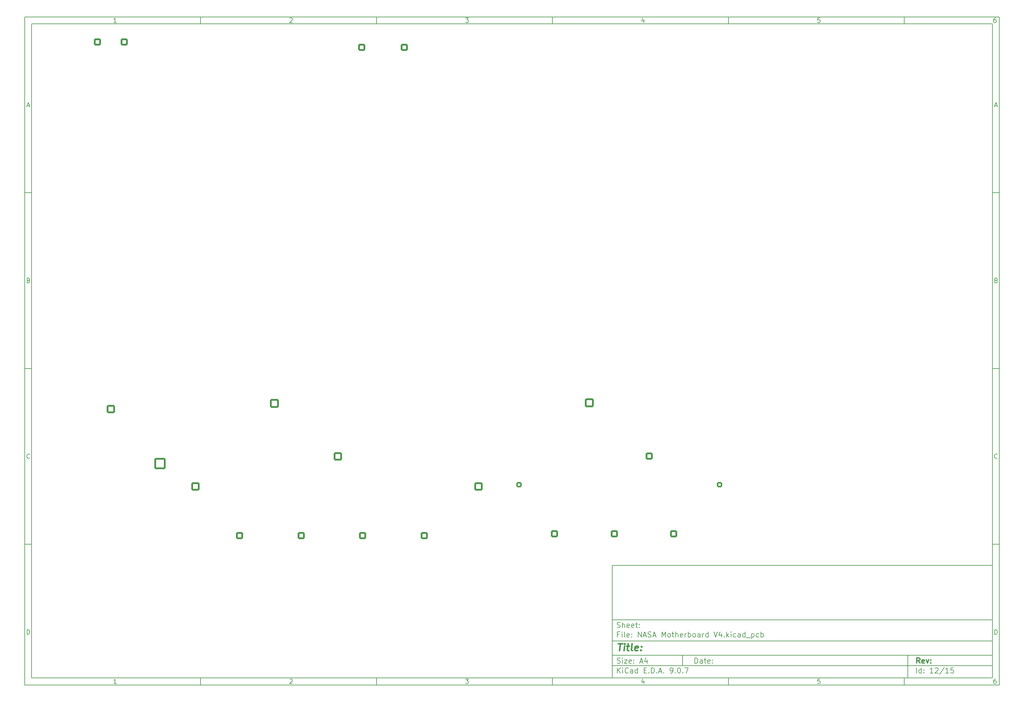
<source format=gbr>
%TF.GenerationSoftware,KiCad,Pcbnew,9.0.7*%
%TF.CreationDate,2026-02-04T11:21:36-05:00*%
%TF.ProjectId,NASA Motherboard V4,4e415341-204d-46f7-9468-6572626f6172,rev?*%
%TF.SameCoordinates,Original*%
%TF.FileFunction,Legend,Bot*%
%TF.FilePolarity,Positive*%
%FSLAX46Y46*%
G04 Gerber Fmt 4.6, Leading zero omitted, Abs format (unit mm)*
G04 Created by KiCad (PCBNEW 9.0.7) date 2026-02-04 11:21:36*
%MOMM*%
%LPD*%
G01*
G04 APERTURE LIST*
G04 Aperture macros list*
%AMRoundRect*
0 Rectangle with rounded corners*
0 $1 Rounding radius*
0 $2 $3 $4 $5 $6 $7 $8 $9 X,Y pos of 4 corners*
0 Add a 4 corners polygon primitive as box body*
4,1,4,$2,$3,$4,$5,$6,$7,$8,$9,$2,$3,0*
0 Add four circle primitives for the rounded corners*
1,1,$1+$1,$2,$3*
1,1,$1+$1,$4,$5*
1,1,$1+$1,$6,$7*
1,1,$1+$1,$8,$9*
0 Add four rect primitives between the rounded corners*
20,1,$1+$1,$2,$3,$4,$5,0*
20,1,$1+$1,$4,$5,$6,$7,0*
20,1,$1+$1,$6,$7,$8,$9,0*
20,1,$1+$1,$8,$9,$2,$3,0*%
G04 Aperture macros list end*
%ADD10C,0.100000*%
%ADD11C,0.150000*%
%ADD12C,0.300000*%
%ADD13C,0.400000*%
%ADD14RoundRect,0.250001X0.949999X-0.949999X0.949999X0.949999X-0.949999X0.949999X-0.949999X-0.949999X0*%
%ADD15C,2.400000*%
%ADD16RoundRect,0.250000X-1.050000X1.050000X-1.050000X-1.050000X1.050000X-1.050000X1.050000X1.050000X0*%
%ADD17C,2.600000*%
%ADD18R,2.108200X2.108200*%
%ADD19C,2.108200*%
%ADD20RoundRect,0.250000X1.350000X1.350000X-1.350000X1.350000X-1.350000X-1.350000X1.350000X-1.350000X0*%
%ADD21C,3.200000*%
%ADD22RoundRect,0.250001X0.799999X0.799999X-0.799999X0.799999X-0.799999X-0.799999X0.799999X-0.799999X0*%
%ADD23C,2.100000*%
%ADD24RoundRect,0.250000X-0.550000X0.550000X-0.550000X-0.550000X0.550000X-0.550000X0.550000X0.550000X0*%
%ADD25C,1.600000*%
%ADD26RoundRect,0.250001X-0.799999X-0.799999X0.799999X-0.799999X0.799999X0.799999X-0.799999X0.799999X0*%
%ADD27RoundRect,0.250001X-0.949999X0.949999X-0.949999X-0.949999X0.949999X-0.949999X0.949999X0.949999X0*%
%ADD28RoundRect,0.250001X-0.949999X-0.949999X0.949999X-0.949999X0.949999X0.949999X-0.949999X0.949999X0*%
%ADD29R,1.200000X2.000000*%
%ADD30O,1.200000X2.000000*%
%ADD31RoundRect,0.250000X0.750000X-0.750000X0.750000X0.750000X-0.750000X0.750000X-0.750000X-0.750000X0*%
%ADD32C,2.000000*%
%ADD33C,6.000000*%
G04 APERTURE END LIST*
D10*
D11*
X177002200Y-166007200D02*
X285002200Y-166007200D01*
X285002200Y-198007200D01*
X177002200Y-198007200D01*
X177002200Y-166007200D01*
D10*
D11*
X10000000Y-10000000D02*
X287002200Y-10000000D01*
X287002200Y-200007200D01*
X10000000Y-200007200D01*
X10000000Y-10000000D01*
D10*
D11*
X12000000Y-12000000D02*
X285002200Y-12000000D01*
X285002200Y-198007200D01*
X12000000Y-198007200D01*
X12000000Y-12000000D01*
D10*
D11*
X60000000Y-12000000D02*
X60000000Y-10000000D01*
D10*
D11*
X110000000Y-12000000D02*
X110000000Y-10000000D01*
D10*
D11*
X160000000Y-12000000D02*
X160000000Y-10000000D01*
D10*
D11*
X210000000Y-12000000D02*
X210000000Y-10000000D01*
D10*
D11*
X260000000Y-12000000D02*
X260000000Y-10000000D01*
D10*
D11*
X36089160Y-11593604D02*
X35346303Y-11593604D01*
X35717731Y-11593604D02*
X35717731Y-10293604D01*
X35717731Y-10293604D02*
X35593922Y-10479319D01*
X35593922Y-10479319D02*
X35470112Y-10603128D01*
X35470112Y-10603128D02*
X35346303Y-10665033D01*
D10*
D11*
X85346303Y-10417414D02*
X85408207Y-10355509D01*
X85408207Y-10355509D02*
X85532017Y-10293604D01*
X85532017Y-10293604D02*
X85841541Y-10293604D01*
X85841541Y-10293604D02*
X85965350Y-10355509D01*
X85965350Y-10355509D02*
X86027255Y-10417414D01*
X86027255Y-10417414D02*
X86089160Y-10541223D01*
X86089160Y-10541223D02*
X86089160Y-10665033D01*
X86089160Y-10665033D02*
X86027255Y-10850747D01*
X86027255Y-10850747D02*
X85284398Y-11593604D01*
X85284398Y-11593604D02*
X86089160Y-11593604D01*
D10*
D11*
X135284398Y-10293604D02*
X136089160Y-10293604D01*
X136089160Y-10293604D02*
X135655826Y-10788842D01*
X135655826Y-10788842D02*
X135841541Y-10788842D01*
X135841541Y-10788842D02*
X135965350Y-10850747D01*
X135965350Y-10850747D02*
X136027255Y-10912652D01*
X136027255Y-10912652D02*
X136089160Y-11036461D01*
X136089160Y-11036461D02*
X136089160Y-11345985D01*
X136089160Y-11345985D02*
X136027255Y-11469795D01*
X136027255Y-11469795D02*
X135965350Y-11531700D01*
X135965350Y-11531700D02*
X135841541Y-11593604D01*
X135841541Y-11593604D02*
X135470112Y-11593604D01*
X135470112Y-11593604D02*
X135346303Y-11531700D01*
X135346303Y-11531700D02*
X135284398Y-11469795D01*
D10*
D11*
X185965350Y-10726938D02*
X185965350Y-11593604D01*
X185655826Y-10231700D02*
X185346303Y-11160271D01*
X185346303Y-11160271D02*
X186151064Y-11160271D01*
D10*
D11*
X236027255Y-10293604D02*
X235408207Y-10293604D01*
X235408207Y-10293604D02*
X235346303Y-10912652D01*
X235346303Y-10912652D02*
X235408207Y-10850747D01*
X235408207Y-10850747D02*
X235532017Y-10788842D01*
X235532017Y-10788842D02*
X235841541Y-10788842D01*
X235841541Y-10788842D02*
X235965350Y-10850747D01*
X235965350Y-10850747D02*
X236027255Y-10912652D01*
X236027255Y-10912652D02*
X236089160Y-11036461D01*
X236089160Y-11036461D02*
X236089160Y-11345985D01*
X236089160Y-11345985D02*
X236027255Y-11469795D01*
X236027255Y-11469795D02*
X235965350Y-11531700D01*
X235965350Y-11531700D02*
X235841541Y-11593604D01*
X235841541Y-11593604D02*
X235532017Y-11593604D01*
X235532017Y-11593604D02*
X235408207Y-11531700D01*
X235408207Y-11531700D02*
X235346303Y-11469795D01*
D10*
D11*
X285965350Y-10293604D02*
X285717731Y-10293604D01*
X285717731Y-10293604D02*
X285593922Y-10355509D01*
X285593922Y-10355509D02*
X285532017Y-10417414D01*
X285532017Y-10417414D02*
X285408207Y-10603128D01*
X285408207Y-10603128D02*
X285346303Y-10850747D01*
X285346303Y-10850747D02*
X285346303Y-11345985D01*
X285346303Y-11345985D02*
X285408207Y-11469795D01*
X285408207Y-11469795D02*
X285470112Y-11531700D01*
X285470112Y-11531700D02*
X285593922Y-11593604D01*
X285593922Y-11593604D02*
X285841541Y-11593604D01*
X285841541Y-11593604D02*
X285965350Y-11531700D01*
X285965350Y-11531700D02*
X286027255Y-11469795D01*
X286027255Y-11469795D02*
X286089160Y-11345985D01*
X286089160Y-11345985D02*
X286089160Y-11036461D01*
X286089160Y-11036461D02*
X286027255Y-10912652D01*
X286027255Y-10912652D02*
X285965350Y-10850747D01*
X285965350Y-10850747D02*
X285841541Y-10788842D01*
X285841541Y-10788842D02*
X285593922Y-10788842D01*
X285593922Y-10788842D02*
X285470112Y-10850747D01*
X285470112Y-10850747D02*
X285408207Y-10912652D01*
X285408207Y-10912652D02*
X285346303Y-11036461D01*
D10*
D11*
X60000000Y-198007200D02*
X60000000Y-200007200D01*
D10*
D11*
X110000000Y-198007200D02*
X110000000Y-200007200D01*
D10*
D11*
X160000000Y-198007200D02*
X160000000Y-200007200D01*
D10*
D11*
X210000000Y-198007200D02*
X210000000Y-200007200D01*
D10*
D11*
X260000000Y-198007200D02*
X260000000Y-200007200D01*
D10*
D11*
X36089160Y-199600804D02*
X35346303Y-199600804D01*
X35717731Y-199600804D02*
X35717731Y-198300804D01*
X35717731Y-198300804D02*
X35593922Y-198486519D01*
X35593922Y-198486519D02*
X35470112Y-198610328D01*
X35470112Y-198610328D02*
X35346303Y-198672233D01*
D10*
D11*
X85346303Y-198424614D02*
X85408207Y-198362709D01*
X85408207Y-198362709D02*
X85532017Y-198300804D01*
X85532017Y-198300804D02*
X85841541Y-198300804D01*
X85841541Y-198300804D02*
X85965350Y-198362709D01*
X85965350Y-198362709D02*
X86027255Y-198424614D01*
X86027255Y-198424614D02*
X86089160Y-198548423D01*
X86089160Y-198548423D02*
X86089160Y-198672233D01*
X86089160Y-198672233D02*
X86027255Y-198857947D01*
X86027255Y-198857947D02*
X85284398Y-199600804D01*
X85284398Y-199600804D02*
X86089160Y-199600804D01*
D10*
D11*
X135284398Y-198300804D02*
X136089160Y-198300804D01*
X136089160Y-198300804D02*
X135655826Y-198796042D01*
X135655826Y-198796042D02*
X135841541Y-198796042D01*
X135841541Y-198796042D02*
X135965350Y-198857947D01*
X135965350Y-198857947D02*
X136027255Y-198919852D01*
X136027255Y-198919852D02*
X136089160Y-199043661D01*
X136089160Y-199043661D02*
X136089160Y-199353185D01*
X136089160Y-199353185D02*
X136027255Y-199476995D01*
X136027255Y-199476995D02*
X135965350Y-199538900D01*
X135965350Y-199538900D02*
X135841541Y-199600804D01*
X135841541Y-199600804D02*
X135470112Y-199600804D01*
X135470112Y-199600804D02*
X135346303Y-199538900D01*
X135346303Y-199538900D02*
X135284398Y-199476995D01*
D10*
D11*
X185965350Y-198734138D02*
X185965350Y-199600804D01*
X185655826Y-198238900D02*
X185346303Y-199167471D01*
X185346303Y-199167471D02*
X186151064Y-199167471D01*
D10*
D11*
X236027255Y-198300804D02*
X235408207Y-198300804D01*
X235408207Y-198300804D02*
X235346303Y-198919852D01*
X235346303Y-198919852D02*
X235408207Y-198857947D01*
X235408207Y-198857947D02*
X235532017Y-198796042D01*
X235532017Y-198796042D02*
X235841541Y-198796042D01*
X235841541Y-198796042D02*
X235965350Y-198857947D01*
X235965350Y-198857947D02*
X236027255Y-198919852D01*
X236027255Y-198919852D02*
X236089160Y-199043661D01*
X236089160Y-199043661D02*
X236089160Y-199353185D01*
X236089160Y-199353185D02*
X236027255Y-199476995D01*
X236027255Y-199476995D02*
X235965350Y-199538900D01*
X235965350Y-199538900D02*
X235841541Y-199600804D01*
X235841541Y-199600804D02*
X235532017Y-199600804D01*
X235532017Y-199600804D02*
X235408207Y-199538900D01*
X235408207Y-199538900D02*
X235346303Y-199476995D01*
D10*
D11*
X285965350Y-198300804D02*
X285717731Y-198300804D01*
X285717731Y-198300804D02*
X285593922Y-198362709D01*
X285593922Y-198362709D02*
X285532017Y-198424614D01*
X285532017Y-198424614D02*
X285408207Y-198610328D01*
X285408207Y-198610328D02*
X285346303Y-198857947D01*
X285346303Y-198857947D02*
X285346303Y-199353185D01*
X285346303Y-199353185D02*
X285408207Y-199476995D01*
X285408207Y-199476995D02*
X285470112Y-199538900D01*
X285470112Y-199538900D02*
X285593922Y-199600804D01*
X285593922Y-199600804D02*
X285841541Y-199600804D01*
X285841541Y-199600804D02*
X285965350Y-199538900D01*
X285965350Y-199538900D02*
X286027255Y-199476995D01*
X286027255Y-199476995D02*
X286089160Y-199353185D01*
X286089160Y-199353185D02*
X286089160Y-199043661D01*
X286089160Y-199043661D02*
X286027255Y-198919852D01*
X286027255Y-198919852D02*
X285965350Y-198857947D01*
X285965350Y-198857947D02*
X285841541Y-198796042D01*
X285841541Y-198796042D02*
X285593922Y-198796042D01*
X285593922Y-198796042D02*
X285470112Y-198857947D01*
X285470112Y-198857947D02*
X285408207Y-198919852D01*
X285408207Y-198919852D02*
X285346303Y-199043661D01*
D10*
D11*
X10000000Y-60000000D02*
X12000000Y-60000000D01*
D10*
D11*
X10000000Y-110000000D02*
X12000000Y-110000000D01*
D10*
D11*
X10000000Y-160000000D02*
X12000000Y-160000000D01*
D10*
D11*
X10690476Y-35222176D02*
X11309523Y-35222176D01*
X10566666Y-35593604D02*
X10999999Y-34293604D01*
X10999999Y-34293604D02*
X11433333Y-35593604D01*
D10*
D11*
X11092857Y-84912652D02*
X11278571Y-84974557D01*
X11278571Y-84974557D02*
X11340476Y-85036461D01*
X11340476Y-85036461D02*
X11402380Y-85160271D01*
X11402380Y-85160271D02*
X11402380Y-85345985D01*
X11402380Y-85345985D02*
X11340476Y-85469795D01*
X11340476Y-85469795D02*
X11278571Y-85531700D01*
X11278571Y-85531700D02*
X11154761Y-85593604D01*
X11154761Y-85593604D02*
X10659523Y-85593604D01*
X10659523Y-85593604D02*
X10659523Y-84293604D01*
X10659523Y-84293604D02*
X11092857Y-84293604D01*
X11092857Y-84293604D02*
X11216666Y-84355509D01*
X11216666Y-84355509D02*
X11278571Y-84417414D01*
X11278571Y-84417414D02*
X11340476Y-84541223D01*
X11340476Y-84541223D02*
X11340476Y-84665033D01*
X11340476Y-84665033D02*
X11278571Y-84788842D01*
X11278571Y-84788842D02*
X11216666Y-84850747D01*
X11216666Y-84850747D02*
X11092857Y-84912652D01*
X11092857Y-84912652D02*
X10659523Y-84912652D01*
D10*
D11*
X11402380Y-135469795D02*
X11340476Y-135531700D01*
X11340476Y-135531700D02*
X11154761Y-135593604D01*
X11154761Y-135593604D02*
X11030952Y-135593604D01*
X11030952Y-135593604D02*
X10845238Y-135531700D01*
X10845238Y-135531700D02*
X10721428Y-135407890D01*
X10721428Y-135407890D02*
X10659523Y-135284080D01*
X10659523Y-135284080D02*
X10597619Y-135036461D01*
X10597619Y-135036461D02*
X10597619Y-134850747D01*
X10597619Y-134850747D02*
X10659523Y-134603128D01*
X10659523Y-134603128D02*
X10721428Y-134479319D01*
X10721428Y-134479319D02*
X10845238Y-134355509D01*
X10845238Y-134355509D02*
X11030952Y-134293604D01*
X11030952Y-134293604D02*
X11154761Y-134293604D01*
X11154761Y-134293604D02*
X11340476Y-134355509D01*
X11340476Y-134355509D02*
X11402380Y-134417414D01*
D10*
D11*
X10659523Y-185593604D02*
X10659523Y-184293604D01*
X10659523Y-184293604D02*
X10969047Y-184293604D01*
X10969047Y-184293604D02*
X11154761Y-184355509D01*
X11154761Y-184355509D02*
X11278571Y-184479319D01*
X11278571Y-184479319D02*
X11340476Y-184603128D01*
X11340476Y-184603128D02*
X11402380Y-184850747D01*
X11402380Y-184850747D02*
X11402380Y-185036461D01*
X11402380Y-185036461D02*
X11340476Y-185284080D01*
X11340476Y-185284080D02*
X11278571Y-185407890D01*
X11278571Y-185407890D02*
X11154761Y-185531700D01*
X11154761Y-185531700D02*
X10969047Y-185593604D01*
X10969047Y-185593604D02*
X10659523Y-185593604D01*
D10*
D11*
X287002200Y-60000000D02*
X285002200Y-60000000D01*
D10*
D11*
X287002200Y-110000000D02*
X285002200Y-110000000D01*
D10*
D11*
X287002200Y-160000000D02*
X285002200Y-160000000D01*
D10*
D11*
X285692676Y-35222176D02*
X286311723Y-35222176D01*
X285568866Y-35593604D02*
X286002199Y-34293604D01*
X286002199Y-34293604D02*
X286435533Y-35593604D01*
D10*
D11*
X286095057Y-84912652D02*
X286280771Y-84974557D01*
X286280771Y-84974557D02*
X286342676Y-85036461D01*
X286342676Y-85036461D02*
X286404580Y-85160271D01*
X286404580Y-85160271D02*
X286404580Y-85345985D01*
X286404580Y-85345985D02*
X286342676Y-85469795D01*
X286342676Y-85469795D02*
X286280771Y-85531700D01*
X286280771Y-85531700D02*
X286156961Y-85593604D01*
X286156961Y-85593604D02*
X285661723Y-85593604D01*
X285661723Y-85593604D02*
X285661723Y-84293604D01*
X285661723Y-84293604D02*
X286095057Y-84293604D01*
X286095057Y-84293604D02*
X286218866Y-84355509D01*
X286218866Y-84355509D02*
X286280771Y-84417414D01*
X286280771Y-84417414D02*
X286342676Y-84541223D01*
X286342676Y-84541223D02*
X286342676Y-84665033D01*
X286342676Y-84665033D02*
X286280771Y-84788842D01*
X286280771Y-84788842D02*
X286218866Y-84850747D01*
X286218866Y-84850747D02*
X286095057Y-84912652D01*
X286095057Y-84912652D02*
X285661723Y-84912652D01*
D10*
D11*
X286404580Y-135469795D02*
X286342676Y-135531700D01*
X286342676Y-135531700D02*
X286156961Y-135593604D01*
X286156961Y-135593604D02*
X286033152Y-135593604D01*
X286033152Y-135593604D02*
X285847438Y-135531700D01*
X285847438Y-135531700D02*
X285723628Y-135407890D01*
X285723628Y-135407890D02*
X285661723Y-135284080D01*
X285661723Y-135284080D02*
X285599819Y-135036461D01*
X285599819Y-135036461D02*
X285599819Y-134850747D01*
X285599819Y-134850747D02*
X285661723Y-134603128D01*
X285661723Y-134603128D02*
X285723628Y-134479319D01*
X285723628Y-134479319D02*
X285847438Y-134355509D01*
X285847438Y-134355509D02*
X286033152Y-134293604D01*
X286033152Y-134293604D02*
X286156961Y-134293604D01*
X286156961Y-134293604D02*
X286342676Y-134355509D01*
X286342676Y-134355509D02*
X286404580Y-134417414D01*
D10*
D11*
X285661723Y-185593604D02*
X285661723Y-184293604D01*
X285661723Y-184293604D02*
X285971247Y-184293604D01*
X285971247Y-184293604D02*
X286156961Y-184355509D01*
X286156961Y-184355509D02*
X286280771Y-184479319D01*
X286280771Y-184479319D02*
X286342676Y-184603128D01*
X286342676Y-184603128D02*
X286404580Y-184850747D01*
X286404580Y-184850747D02*
X286404580Y-185036461D01*
X286404580Y-185036461D02*
X286342676Y-185284080D01*
X286342676Y-185284080D02*
X286280771Y-185407890D01*
X286280771Y-185407890D02*
X286156961Y-185531700D01*
X286156961Y-185531700D02*
X285971247Y-185593604D01*
X285971247Y-185593604D02*
X285661723Y-185593604D01*
D10*
D11*
X200458026Y-193793328D02*
X200458026Y-192293328D01*
X200458026Y-192293328D02*
X200815169Y-192293328D01*
X200815169Y-192293328D02*
X201029455Y-192364757D01*
X201029455Y-192364757D02*
X201172312Y-192507614D01*
X201172312Y-192507614D02*
X201243741Y-192650471D01*
X201243741Y-192650471D02*
X201315169Y-192936185D01*
X201315169Y-192936185D02*
X201315169Y-193150471D01*
X201315169Y-193150471D02*
X201243741Y-193436185D01*
X201243741Y-193436185D02*
X201172312Y-193579042D01*
X201172312Y-193579042D02*
X201029455Y-193721900D01*
X201029455Y-193721900D02*
X200815169Y-193793328D01*
X200815169Y-193793328D02*
X200458026Y-193793328D01*
X202600884Y-193793328D02*
X202600884Y-193007614D01*
X202600884Y-193007614D02*
X202529455Y-192864757D01*
X202529455Y-192864757D02*
X202386598Y-192793328D01*
X202386598Y-192793328D02*
X202100884Y-192793328D01*
X202100884Y-192793328D02*
X201958026Y-192864757D01*
X202600884Y-193721900D02*
X202458026Y-193793328D01*
X202458026Y-193793328D02*
X202100884Y-193793328D01*
X202100884Y-193793328D02*
X201958026Y-193721900D01*
X201958026Y-193721900D02*
X201886598Y-193579042D01*
X201886598Y-193579042D02*
X201886598Y-193436185D01*
X201886598Y-193436185D02*
X201958026Y-193293328D01*
X201958026Y-193293328D02*
X202100884Y-193221900D01*
X202100884Y-193221900D02*
X202458026Y-193221900D01*
X202458026Y-193221900D02*
X202600884Y-193150471D01*
X203100884Y-192793328D02*
X203672312Y-192793328D01*
X203315169Y-192293328D02*
X203315169Y-193579042D01*
X203315169Y-193579042D02*
X203386598Y-193721900D01*
X203386598Y-193721900D02*
X203529455Y-193793328D01*
X203529455Y-193793328D02*
X203672312Y-193793328D01*
X204743741Y-193721900D02*
X204600884Y-193793328D01*
X204600884Y-193793328D02*
X204315170Y-193793328D01*
X204315170Y-193793328D02*
X204172312Y-193721900D01*
X204172312Y-193721900D02*
X204100884Y-193579042D01*
X204100884Y-193579042D02*
X204100884Y-193007614D01*
X204100884Y-193007614D02*
X204172312Y-192864757D01*
X204172312Y-192864757D02*
X204315170Y-192793328D01*
X204315170Y-192793328D02*
X204600884Y-192793328D01*
X204600884Y-192793328D02*
X204743741Y-192864757D01*
X204743741Y-192864757D02*
X204815170Y-193007614D01*
X204815170Y-193007614D02*
X204815170Y-193150471D01*
X204815170Y-193150471D02*
X204100884Y-193293328D01*
X205458026Y-193650471D02*
X205529455Y-193721900D01*
X205529455Y-193721900D02*
X205458026Y-193793328D01*
X205458026Y-193793328D02*
X205386598Y-193721900D01*
X205386598Y-193721900D02*
X205458026Y-193650471D01*
X205458026Y-193650471D02*
X205458026Y-193793328D01*
X205458026Y-192864757D02*
X205529455Y-192936185D01*
X205529455Y-192936185D02*
X205458026Y-193007614D01*
X205458026Y-193007614D02*
X205386598Y-192936185D01*
X205386598Y-192936185D02*
X205458026Y-192864757D01*
X205458026Y-192864757D02*
X205458026Y-193007614D01*
D10*
D11*
X177002200Y-194507200D02*
X285002200Y-194507200D01*
D10*
D11*
X178458026Y-196593328D02*
X178458026Y-195093328D01*
X179315169Y-196593328D02*
X178672312Y-195736185D01*
X179315169Y-195093328D02*
X178458026Y-195950471D01*
X179958026Y-196593328D02*
X179958026Y-195593328D01*
X179958026Y-195093328D02*
X179886598Y-195164757D01*
X179886598Y-195164757D02*
X179958026Y-195236185D01*
X179958026Y-195236185D02*
X180029455Y-195164757D01*
X180029455Y-195164757D02*
X179958026Y-195093328D01*
X179958026Y-195093328D02*
X179958026Y-195236185D01*
X181529455Y-196450471D02*
X181458027Y-196521900D01*
X181458027Y-196521900D02*
X181243741Y-196593328D01*
X181243741Y-196593328D02*
X181100884Y-196593328D01*
X181100884Y-196593328D02*
X180886598Y-196521900D01*
X180886598Y-196521900D02*
X180743741Y-196379042D01*
X180743741Y-196379042D02*
X180672312Y-196236185D01*
X180672312Y-196236185D02*
X180600884Y-195950471D01*
X180600884Y-195950471D02*
X180600884Y-195736185D01*
X180600884Y-195736185D02*
X180672312Y-195450471D01*
X180672312Y-195450471D02*
X180743741Y-195307614D01*
X180743741Y-195307614D02*
X180886598Y-195164757D01*
X180886598Y-195164757D02*
X181100884Y-195093328D01*
X181100884Y-195093328D02*
X181243741Y-195093328D01*
X181243741Y-195093328D02*
X181458027Y-195164757D01*
X181458027Y-195164757D02*
X181529455Y-195236185D01*
X182815170Y-196593328D02*
X182815170Y-195807614D01*
X182815170Y-195807614D02*
X182743741Y-195664757D01*
X182743741Y-195664757D02*
X182600884Y-195593328D01*
X182600884Y-195593328D02*
X182315170Y-195593328D01*
X182315170Y-195593328D02*
X182172312Y-195664757D01*
X182815170Y-196521900D02*
X182672312Y-196593328D01*
X182672312Y-196593328D02*
X182315170Y-196593328D01*
X182315170Y-196593328D02*
X182172312Y-196521900D01*
X182172312Y-196521900D02*
X182100884Y-196379042D01*
X182100884Y-196379042D02*
X182100884Y-196236185D01*
X182100884Y-196236185D02*
X182172312Y-196093328D01*
X182172312Y-196093328D02*
X182315170Y-196021900D01*
X182315170Y-196021900D02*
X182672312Y-196021900D01*
X182672312Y-196021900D02*
X182815170Y-195950471D01*
X184172313Y-196593328D02*
X184172313Y-195093328D01*
X184172313Y-196521900D02*
X184029455Y-196593328D01*
X184029455Y-196593328D02*
X183743741Y-196593328D01*
X183743741Y-196593328D02*
X183600884Y-196521900D01*
X183600884Y-196521900D02*
X183529455Y-196450471D01*
X183529455Y-196450471D02*
X183458027Y-196307614D01*
X183458027Y-196307614D02*
X183458027Y-195879042D01*
X183458027Y-195879042D02*
X183529455Y-195736185D01*
X183529455Y-195736185D02*
X183600884Y-195664757D01*
X183600884Y-195664757D02*
X183743741Y-195593328D01*
X183743741Y-195593328D02*
X184029455Y-195593328D01*
X184029455Y-195593328D02*
X184172313Y-195664757D01*
X186029455Y-195807614D02*
X186529455Y-195807614D01*
X186743741Y-196593328D02*
X186029455Y-196593328D01*
X186029455Y-196593328D02*
X186029455Y-195093328D01*
X186029455Y-195093328D02*
X186743741Y-195093328D01*
X187386598Y-196450471D02*
X187458027Y-196521900D01*
X187458027Y-196521900D02*
X187386598Y-196593328D01*
X187386598Y-196593328D02*
X187315170Y-196521900D01*
X187315170Y-196521900D02*
X187386598Y-196450471D01*
X187386598Y-196450471D02*
X187386598Y-196593328D01*
X188100884Y-196593328D02*
X188100884Y-195093328D01*
X188100884Y-195093328D02*
X188458027Y-195093328D01*
X188458027Y-195093328D02*
X188672313Y-195164757D01*
X188672313Y-195164757D02*
X188815170Y-195307614D01*
X188815170Y-195307614D02*
X188886599Y-195450471D01*
X188886599Y-195450471D02*
X188958027Y-195736185D01*
X188958027Y-195736185D02*
X188958027Y-195950471D01*
X188958027Y-195950471D02*
X188886599Y-196236185D01*
X188886599Y-196236185D02*
X188815170Y-196379042D01*
X188815170Y-196379042D02*
X188672313Y-196521900D01*
X188672313Y-196521900D02*
X188458027Y-196593328D01*
X188458027Y-196593328D02*
X188100884Y-196593328D01*
X189600884Y-196450471D02*
X189672313Y-196521900D01*
X189672313Y-196521900D02*
X189600884Y-196593328D01*
X189600884Y-196593328D02*
X189529456Y-196521900D01*
X189529456Y-196521900D02*
X189600884Y-196450471D01*
X189600884Y-196450471D02*
X189600884Y-196593328D01*
X190243742Y-196164757D02*
X190958028Y-196164757D01*
X190100885Y-196593328D02*
X190600885Y-195093328D01*
X190600885Y-195093328D02*
X191100885Y-196593328D01*
X191600884Y-196450471D02*
X191672313Y-196521900D01*
X191672313Y-196521900D02*
X191600884Y-196593328D01*
X191600884Y-196593328D02*
X191529456Y-196521900D01*
X191529456Y-196521900D02*
X191600884Y-196450471D01*
X191600884Y-196450471D02*
X191600884Y-196593328D01*
X193529456Y-196593328D02*
X193815170Y-196593328D01*
X193815170Y-196593328D02*
X193958027Y-196521900D01*
X193958027Y-196521900D02*
X194029456Y-196450471D01*
X194029456Y-196450471D02*
X194172313Y-196236185D01*
X194172313Y-196236185D02*
X194243742Y-195950471D01*
X194243742Y-195950471D02*
X194243742Y-195379042D01*
X194243742Y-195379042D02*
X194172313Y-195236185D01*
X194172313Y-195236185D02*
X194100885Y-195164757D01*
X194100885Y-195164757D02*
X193958027Y-195093328D01*
X193958027Y-195093328D02*
X193672313Y-195093328D01*
X193672313Y-195093328D02*
X193529456Y-195164757D01*
X193529456Y-195164757D02*
X193458027Y-195236185D01*
X193458027Y-195236185D02*
X193386599Y-195379042D01*
X193386599Y-195379042D02*
X193386599Y-195736185D01*
X193386599Y-195736185D02*
X193458027Y-195879042D01*
X193458027Y-195879042D02*
X193529456Y-195950471D01*
X193529456Y-195950471D02*
X193672313Y-196021900D01*
X193672313Y-196021900D02*
X193958027Y-196021900D01*
X193958027Y-196021900D02*
X194100885Y-195950471D01*
X194100885Y-195950471D02*
X194172313Y-195879042D01*
X194172313Y-195879042D02*
X194243742Y-195736185D01*
X194886598Y-196450471D02*
X194958027Y-196521900D01*
X194958027Y-196521900D02*
X194886598Y-196593328D01*
X194886598Y-196593328D02*
X194815170Y-196521900D01*
X194815170Y-196521900D02*
X194886598Y-196450471D01*
X194886598Y-196450471D02*
X194886598Y-196593328D01*
X195886599Y-195093328D02*
X196029456Y-195093328D01*
X196029456Y-195093328D02*
X196172313Y-195164757D01*
X196172313Y-195164757D02*
X196243742Y-195236185D01*
X196243742Y-195236185D02*
X196315170Y-195379042D01*
X196315170Y-195379042D02*
X196386599Y-195664757D01*
X196386599Y-195664757D02*
X196386599Y-196021900D01*
X196386599Y-196021900D02*
X196315170Y-196307614D01*
X196315170Y-196307614D02*
X196243742Y-196450471D01*
X196243742Y-196450471D02*
X196172313Y-196521900D01*
X196172313Y-196521900D02*
X196029456Y-196593328D01*
X196029456Y-196593328D02*
X195886599Y-196593328D01*
X195886599Y-196593328D02*
X195743742Y-196521900D01*
X195743742Y-196521900D02*
X195672313Y-196450471D01*
X195672313Y-196450471D02*
X195600884Y-196307614D01*
X195600884Y-196307614D02*
X195529456Y-196021900D01*
X195529456Y-196021900D02*
X195529456Y-195664757D01*
X195529456Y-195664757D02*
X195600884Y-195379042D01*
X195600884Y-195379042D02*
X195672313Y-195236185D01*
X195672313Y-195236185D02*
X195743742Y-195164757D01*
X195743742Y-195164757D02*
X195886599Y-195093328D01*
X197029455Y-196450471D02*
X197100884Y-196521900D01*
X197100884Y-196521900D02*
X197029455Y-196593328D01*
X197029455Y-196593328D02*
X196958027Y-196521900D01*
X196958027Y-196521900D02*
X197029455Y-196450471D01*
X197029455Y-196450471D02*
X197029455Y-196593328D01*
X197600884Y-195093328D02*
X198600884Y-195093328D01*
X198600884Y-195093328D02*
X197958027Y-196593328D01*
D10*
D11*
X177002200Y-191507200D02*
X285002200Y-191507200D01*
D10*
D12*
X264413853Y-193785528D02*
X263913853Y-193071242D01*
X263556710Y-193785528D02*
X263556710Y-192285528D01*
X263556710Y-192285528D02*
X264128139Y-192285528D01*
X264128139Y-192285528D02*
X264270996Y-192356957D01*
X264270996Y-192356957D02*
X264342425Y-192428385D01*
X264342425Y-192428385D02*
X264413853Y-192571242D01*
X264413853Y-192571242D02*
X264413853Y-192785528D01*
X264413853Y-192785528D02*
X264342425Y-192928385D01*
X264342425Y-192928385D02*
X264270996Y-192999814D01*
X264270996Y-192999814D02*
X264128139Y-193071242D01*
X264128139Y-193071242D02*
X263556710Y-193071242D01*
X265628139Y-193714100D02*
X265485282Y-193785528D01*
X265485282Y-193785528D02*
X265199568Y-193785528D01*
X265199568Y-193785528D02*
X265056710Y-193714100D01*
X265056710Y-193714100D02*
X264985282Y-193571242D01*
X264985282Y-193571242D02*
X264985282Y-192999814D01*
X264985282Y-192999814D02*
X265056710Y-192856957D01*
X265056710Y-192856957D02*
X265199568Y-192785528D01*
X265199568Y-192785528D02*
X265485282Y-192785528D01*
X265485282Y-192785528D02*
X265628139Y-192856957D01*
X265628139Y-192856957D02*
X265699568Y-192999814D01*
X265699568Y-192999814D02*
X265699568Y-193142671D01*
X265699568Y-193142671D02*
X264985282Y-193285528D01*
X266199567Y-192785528D02*
X266556710Y-193785528D01*
X266556710Y-193785528D02*
X266913853Y-192785528D01*
X267485281Y-193642671D02*
X267556710Y-193714100D01*
X267556710Y-193714100D02*
X267485281Y-193785528D01*
X267485281Y-193785528D02*
X267413853Y-193714100D01*
X267413853Y-193714100D02*
X267485281Y-193642671D01*
X267485281Y-193642671D02*
X267485281Y-193785528D01*
X267485281Y-192856957D02*
X267556710Y-192928385D01*
X267556710Y-192928385D02*
X267485281Y-192999814D01*
X267485281Y-192999814D02*
X267413853Y-192928385D01*
X267413853Y-192928385D02*
X267485281Y-192856957D01*
X267485281Y-192856957D02*
X267485281Y-192999814D01*
D10*
D11*
X178386598Y-193721900D02*
X178600884Y-193793328D01*
X178600884Y-193793328D02*
X178958026Y-193793328D01*
X178958026Y-193793328D02*
X179100884Y-193721900D01*
X179100884Y-193721900D02*
X179172312Y-193650471D01*
X179172312Y-193650471D02*
X179243741Y-193507614D01*
X179243741Y-193507614D02*
X179243741Y-193364757D01*
X179243741Y-193364757D02*
X179172312Y-193221900D01*
X179172312Y-193221900D02*
X179100884Y-193150471D01*
X179100884Y-193150471D02*
X178958026Y-193079042D01*
X178958026Y-193079042D02*
X178672312Y-193007614D01*
X178672312Y-193007614D02*
X178529455Y-192936185D01*
X178529455Y-192936185D02*
X178458026Y-192864757D01*
X178458026Y-192864757D02*
X178386598Y-192721900D01*
X178386598Y-192721900D02*
X178386598Y-192579042D01*
X178386598Y-192579042D02*
X178458026Y-192436185D01*
X178458026Y-192436185D02*
X178529455Y-192364757D01*
X178529455Y-192364757D02*
X178672312Y-192293328D01*
X178672312Y-192293328D02*
X179029455Y-192293328D01*
X179029455Y-192293328D02*
X179243741Y-192364757D01*
X179886597Y-193793328D02*
X179886597Y-192793328D01*
X179886597Y-192293328D02*
X179815169Y-192364757D01*
X179815169Y-192364757D02*
X179886597Y-192436185D01*
X179886597Y-192436185D02*
X179958026Y-192364757D01*
X179958026Y-192364757D02*
X179886597Y-192293328D01*
X179886597Y-192293328D02*
X179886597Y-192436185D01*
X180458026Y-192793328D02*
X181243741Y-192793328D01*
X181243741Y-192793328D02*
X180458026Y-193793328D01*
X180458026Y-193793328D02*
X181243741Y-193793328D01*
X182386598Y-193721900D02*
X182243741Y-193793328D01*
X182243741Y-193793328D02*
X181958027Y-193793328D01*
X181958027Y-193793328D02*
X181815169Y-193721900D01*
X181815169Y-193721900D02*
X181743741Y-193579042D01*
X181743741Y-193579042D02*
X181743741Y-193007614D01*
X181743741Y-193007614D02*
X181815169Y-192864757D01*
X181815169Y-192864757D02*
X181958027Y-192793328D01*
X181958027Y-192793328D02*
X182243741Y-192793328D01*
X182243741Y-192793328D02*
X182386598Y-192864757D01*
X182386598Y-192864757D02*
X182458027Y-193007614D01*
X182458027Y-193007614D02*
X182458027Y-193150471D01*
X182458027Y-193150471D02*
X181743741Y-193293328D01*
X183100883Y-193650471D02*
X183172312Y-193721900D01*
X183172312Y-193721900D02*
X183100883Y-193793328D01*
X183100883Y-193793328D02*
X183029455Y-193721900D01*
X183029455Y-193721900D02*
X183100883Y-193650471D01*
X183100883Y-193650471D02*
X183100883Y-193793328D01*
X183100883Y-192864757D02*
X183172312Y-192936185D01*
X183172312Y-192936185D02*
X183100883Y-193007614D01*
X183100883Y-193007614D02*
X183029455Y-192936185D01*
X183029455Y-192936185D02*
X183100883Y-192864757D01*
X183100883Y-192864757D02*
X183100883Y-193007614D01*
X184886598Y-193364757D02*
X185600884Y-193364757D01*
X184743741Y-193793328D02*
X185243741Y-192293328D01*
X185243741Y-192293328D02*
X185743741Y-193793328D01*
X186886598Y-192793328D02*
X186886598Y-193793328D01*
X186529455Y-192221900D02*
X186172312Y-193293328D01*
X186172312Y-193293328D02*
X187100883Y-193293328D01*
D10*
D11*
X263458026Y-196593328D02*
X263458026Y-195093328D01*
X264815170Y-196593328D02*
X264815170Y-195093328D01*
X264815170Y-196521900D02*
X264672312Y-196593328D01*
X264672312Y-196593328D02*
X264386598Y-196593328D01*
X264386598Y-196593328D02*
X264243741Y-196521900D01*
X264243741Y-196521900D02*
X264172312Y-196450471D01*
X264172312Y-196450471D02*
X264100884Y-196307614D01*
X264100884Y-196307614D02*
X264100884Y-195879042D01*
X264100884Y-195879042D02*
X264172312Y-195736185D01*
X264172312Y-195736185D02*
X264243741Y-195664757D01*
X264243741Y-195664757D02*
X264386598Y-195593328D01*
X264386598Y-195593328D02*
X264672312Y-195593328D01*
X264672312Y-195593328D02*
X264815170Y-195664757D01*
X265529455Y-196450471D02*
X265600884Y-196521900D01*
X265600884Y-196521900D02*
X265529455Y-196593328D01*
X265529455Y-196593328D02*
X265458027Y-196521900D01*
X265458027Y-196521900D02*
X265529455Y-196450471D01*
X265529455Y-196450471D02*
X265529455Y-196593328D01*
X265529455Y-195664757D02*
X265600884Y-195736185D01*
X265600884Y-195736185D02*
X265529455Y-195807614D01*
X265529455Y-195807614D02*
X265458027Y-195736185D01*
X265458027Y-195736185D02*
X265529455Y-195664757D01*
X265529455Y-195664757D02*
X265529455Y-195807614D01*
X268172313Y-196593328D02*
X267315170Y-196593328D01*
X267743741Y-196593328D02*
X267743741Y-195093328D01*
X267743741Y-195093328D02*
X267600884Y-195307614D01*
X267600884Y-195307614D02*
X267458027Y-195450471D01*
X267458027Y-195450471D02*
X267315170Y-195521900D01*
X268743741Y-195236185D02*
X268815169Y-195164757D01*
X268815169Y-195164757D02*
X268958027Y-195093328D01*
X268958027Y-195093328D02*
X269315169Y-195093328D01*
X269315169Y-195093328D02*
X269458027Y-195164757D01*
X269458027Y-195164757D02*
X269529455Y-195236185D01*
X269529455Y-195236185D02*
X269600884Y-195379042D01*
X269600884Y-195379042D02*
X269600884Y-195521900D01*
X269600884Y-195521900D02*
X269529455Y-195736185D01*
X269529455Y-195736185D02*
X268672312Y-196593328D01*
X268672312Y-196593328D02*
X269600884Y-196593328D01*
X271315169Y-195021900D02*
X270029455Y-196950471D01*
X272600884Y-196593328D02*
X271743741Y-196593328D01*
X272172312Y-196593328D02*
X272172312Y-195093328D01*
X272172312Y-195093328D02*
X272029455Y-195307614D01*
X272029455Y-195307614D02*
X271886598Y-195450471D01*
X271886598Y-195450471D02*
X271743741Y-195521900D01*
X273958026Y-195093328D02*
X273243740Y-195093328D01*
X273243740Y-195093328D02*
X273172312Y-195807614D01*
X273172312Y-195807614D02*
X273243740Y-195736185D01*
X273243740Y-195736185D02*
X273386598Y-195664757D01*
X273386598Y-195664757D02*
X273743740Y-195664757D01*
X273743740Y-195664757D02*
X273886598Y-195736185D01*
X273886598Y-195736185D02*
X273958026Y-195807614D01*
X273958026Y-195807614D02*
X274029455Y-195950471D01*
X274029455Y-195950471D02*
X274029455Y-196307614D01*
X274029455Y-196307614D02*
X273958026Y-196450471D01*
X273958026Y-196450471D02*
X273886598Y-196521900D01*
X273886598Y-196521900D02*
X273743740Y-196593328D01*
X273743740Y-196593328D02*
X273386598Y-196593328D01*
X273386598Y-196593328D02*
X273243740Y-196521900D01*
X273243740Y-196521900D02*
X273172312Y-196450471D01*
D10*
D11*
X177002200Y-187507200D02*
X285002200Y-187507200D01*
D10*
D13*
X178693928Y-188211638D02*
X179836785Y-188211638D01*
X179015357Y-190211638D02*
X179265357Y-188211638D01*
X180253452Y-190211638D02*
X180420119Y-188878304D01*
X180503452Y-188211638D02*
X180396309Y-188306876D01*
X180396309Y-188306876D02*
X180479643Y-188402114D01*
X180479643Y-188402114D02*
X180586786Y-188306876D01*
X180586786Y-188306876D02*
X180503452Y-188211638D01*
X180503452Y-188211638D02*
X180479643Y-188402114D01*
X181086786Y-188878304D02*
X181848690Y-188878304D01*
X181455833Y-188211638D02*
X181241548Y-189925923D01*
X181241548Y-189925923D02*
X181312976Y-190116400D01*
X181312976Y-190116400D02*
X181491548Y-190211638D01*
X181491548Y-190211638D02*
X181682024Y-190211638D01*
X182634405Y-190211638D02*
X182455833Y-190116400D01*
X182455833Y-190116400D02*
X182384405Y-189925923D01*
X182384405Y-189925923D02*
X182598690Y-188211638D01*
X184170119Y-190116400D02*
X183967738Y-190211638D01*
X183967738Y-190211638D02*
X183586785Y-190211638D01*
X183586785Y-190211638D02*
X183408214Y-190116400D01*
X183408214Y-190116400D02*
X183336785Y-189925923D01*
X183336785Y-189925923D02*
X183432024Y-189164019D01*
X183432024Y-189164019D02*
X183551071Y-188973542D01*
X183551071Y-188973542D02*
X183753452Y-188878304D01*
X183753452Y-188878304D02*
X184134404Y-188878304D01*
X184134404Y-188878304D02*
X184312976Y-188973542D01*
X184312976Y-188973542D02*
X184384404Y-189164019D01*
X184384404Y-189164019D02*
X184360595Y-189354495D01*
X184360595Y-189354495D02*
X183384404Y-189544971D01*
X185134405Y-190021161D02*
X185217738Y-190116400D01*
X185217738Y-190116400D02*
X185110595Y-190211638D01*
X185110595Y-190211638D02*
X185027262Y-190116400D01*
X185027262Y-190116400D02*
X185134405Y-190021161D01*
X185134405Y-190021161D02*
X185110595Y-190211638D01*
X185265357Y-188973542D02*
X185348690Y-189068780D01*
X185348690Y-189068780D02*
X185241548Y-189164019D01*
X185241548Y-189164019D02*
X185158214Y-189068780D01*
X185158214Y-189068780D02*
X185265357Y-188973542D01*
X185265357Y-188973542D02*
X185241548Y-189164019D01*
D10*
D11*
X178958026Y-185607614D02*
X178458026Y-185607614D01*
X178458026Y-186393328D02*
X178458026Y-184893328D01*
X178458026Y-184893328D02*
X179172312Y-184893328D01*
X179743740Y-186393328D02*
X179743740Y-185393328D01*
X179743740Y-184893328D02*
X179672312Y-184964757D01*
X179672312Y-184964757D02*
X179743740Y-185036185D01*
X179743740Y-185036185D02*
X179815169Y-184964757D01*
X179815169Y-184964757D02*
X179743740Y-184893328D01*
X179743740Y-184893328D02*
X179743740Y-185036185D01*
X180672312Y-186393328D02*
X180529455Y-186321900D01*
X180529455Y-186321900D02*
X180458026Y-186179042D01*
X180458026Y-186179042D02*
X180458026Y-184893328D01*
X181815169Y-186321900D02*
X181672312Y-186393328D01*
X181672312Y-186393328D02*
X181386598Y-186393328D01*
X181386598Y-186393328D02*
X181243740Y-186321900D01*
X181243740Y-186321900D02*
X181172312Y-186179042D01*
X181172312Y-186179042D02*
X181172312Y-185607614D01*
X181172312Y-185607614D02*
X181243740Y-185464757D01*
X181243740Y-185464757D02*
X181386598Y-185393328D01*
X181386598Y-185393328D02*
X181672312Y-185393328D01*
X181672312Y-185393328D02*
X181815169Y-185464757D01*
X181815169Y-185464757D02*
X181886598Y-185607614D01*
X181886598Y-185607614D02*
X181886598Y-185750471D01*
X181886598Y-185750471D02*
X181172312Y-185893328D01*
X182529454Y-186250471D02*
X182600883Y-186321900D01*
X182600883Y-186321900D02*
X182529454Y-186393328D01*
X182529454Y-186393328D02*
X182458026Y-186321900D01*
X182458026Y-186321900D02*
X182529454Y-186250471D01*
X182529454Y-186250471D02*
X182529454Y-186393328D01*
X182529454Y-185464757D02*
X182600883Y-185536185D01*
X182600883Y-185536185D02*
X182529454Y-185607614D01*
X182529454Y-185607614D02*
X182458026Y-185536185D01*
X182458026Y-185536185D02*
X182529454Y-185464757D01*
X182529454Y-185464757D02*
X182529454Y-185607614D01*
X184386597Y-186393328D02*
X184386597Y-184893328D01*
X184386597Y-184893328D02*
X185243740Y-186393328D01*
X185243740Y-186393328D02*
X185243740Y-184893328D01*
X185886598Y-185964757D02*
X186600884Y-185964757D01*
X185743741Y-186393328D02*
X186243741Y-184893328D01*
X186243741Y-184893328D02*
X186743741Y-186393328D01*
X187172312Y-186321900D02*
X187386598Y-186393328D01*
X187386598Y-186393328D02*
X187743740Y-186393328D01*
X187743740Y-186393328D02*
X187886598Y-186321900D01*
X187886598Y-186321900D02*
X187958026Y-186250471D01*
X187958026Y-186250471D02*
X188029455Y-186107614D01*
X188029455Y-186107614D02*
X188029455Y-185964757D01*
X188029455Y-185964757D02*
X187958026Y-185821900D01*
X187958026Y-185821900D02*
X187886598Y-185750471D01*
X187886598Y-185750471D02*
X187743740Y-185679042D01*
X187743740Y-185679042D02*
X187458026Y-185607614D01*
X187458026Y-185607614D02*
X187315169Y-185536185D01*
X187315169Y-185536185D02*
X187243740Y-185464757D01*
X187243740Y-185464757D02*
X187172312Y-185321900D01*
X187172312Y-185321900D02*
X187172312Y-185179042D01*
X187172312Y-185179042D02*
X187243740Y-185036185D01*
X187243740Y-185036185D02*
X187315169Y-184964757D01*
X187315169Y-184964757D02*
X187458026Y-184893328D01*
X187458026Y-184893328D02*
X187815169Y-184893328D01*
X187815169Y-184893328D02*
X188029455Y-184964757D01*
X188600883Y-185964757D02*
X189315169Y-185964757D01*
X188458026Y-186393328D02*
X188958026Y-184893328D01*
X188958026Y-184893328D02*
X189458026Y-186393328D01*
X191100882Y-186393328D02*
X191100882Y-184893328D01*
X191100882Y-184893328D02*
X191600882Y-185964757D01*
X191600882Y-185964757D02*
X192100882Y-184893328D01*
X192100882Y-184893328D02*
X192100882Y-186393328D01*
X193029454Y-186393328D02*
X192886597Y-186321900D01*
X192886597Y-186321900D02*
X192815168Y-186250471D01*
X192815168Y-186250471D02*
X192743740Y-186107614D01*
X192743740Y-186107614D02*
X192743740Y-185679042D01*
X192743740Y-185679042D02*
X192815168Y-185536185D01*
X192815168Y-185536185D02*
X192886597Y-185464757D01*
X192886597Y-185464757D02*
X193029454Y-185393328D01*
X193029454Y-185393328D02*
X193243740Y-185393328D01*
X193243740Y-185393328D02*
X193386597Y-185464757D01*
X193386597Y-185464757D02*
X193458026Y-185536185D01*
X193458026Y-185536185D02*
X193529454Y-185679042D01*
X193529454Y-185679042D02*
X193529454Y-186107614D01*
X193529454Y-186107614D02*
X193458026Y-186250471D01*
X193458026Y-186250471D02*
X193386597Y-186321900D01*
X193386597Y-186321900D02*
X193243740Y-186393328D01*
X193243740Y-186393328D02*
X193029454Y-186393328D01*
X193958026Y-185393328D02*
X194529454Y-185393328D01*
X194172311Y-184893328D02*
X194172311Y-186179042D01*
X194172311Y-186179042D02*
X194243740Y-186321900D01*
X194243740Y-186321900D02*
X194386597Y-186393328D01*
X194386597Y-186393328D02*
X194529454Y-186393328D01*
X195029454Y-186393328D02*
X195029454Y-184893328D01*
X195672312Y-186393328D02*
X195672312Y-185607614D01*
X195672312Y-185607614D02*
X195600883Y-185464757D01*
X195600883Y-185464757D02*
X195458026Y-185393328D01*
X195458026Y-185393328D02*
X195243740Y-185393328D01*
X195243740Y-185393328D02*
X195100883Y-185464757D01*
X195100883Y-185464757D02*
X195029454Y-185536185D01*
X196958026Y-186321900D02*
X196815169Y-186393328D01*
X196815169Y-186393328D02*
X196529455Y-186393328D01*
X196529455Y-186393328D02*
X196386597Y-186321900D01*
X196386597Y-186321900D02*
X196315169Y-186179042D01*
X196315169Y-186179042D02*
X196315169Y-185607614D01*
X196315169Y-185607614D02*
X196386597Y-185464757D01*
X196386597Y-185464757D02*
X196529455Y-185393328D01*
X196529455Y-185393328D02*
X196815169Y-185393328D01*
X196815169Y-185393328D02*
X196958026Y-185464757D01*
X196958026Y-185464757D02*
X197029455Y-185607614D01*
X197029455Y-185607614D02*
X197029455Y-185750471D01*
X197029455Y-185750471D02*
X196315169Y-185893328D01*
X197672311Y-186393328D02*
X197672311Y-185393328D01*
X197672311Y-185679042D02*
X197743740Y-185536185D01*
X197743740Y-185536185D02*
X197815169Y-185464757D01*
X197815169Y-185464757D02*
X197958026Y-185393328D01*
X197958026Y-185393328D02*
X198100883Y-185393328D01*
X198600882Y-186393328D02*
X198600882Y-184893328D01*
X198600882Y-185464757D02*
X198743740Y-185393328D01*
X198743740Y-185393328D02*
X199029454Y-185393328D01*
X199029454Y-185393328D02*
X199172311Y-185464757D01*
X199172311Y-185464757D02*
X199243740Y-185536185D01*
X199243740Y-185536185D02*
X199315168Y-185679042D01*
X199315168Y-185679042D02*
X199315168Y-186107614D01*
X199315168Y-186107614D02*
X199243740Y-186250471D01*
X199243740Y-186250471D02*
X199172311Y-186321900D01*
X199172311Y-186321900D02*
X199029454Y-186393328D01*
X199029454Y-186393328D02*
X198743740Y-186393328D01*
X198743740Y-186393328D02*
X198600882Y-186321900D01*
X200172311Y-186393328D02*
X200029454Y-186321900D01*
X200029454Y-186321900D02*
X199958025Y-186250471D01*
X199958025Y-186250471D02*
X199886597Y-186107614D01*
X199886597Y-186107614D02*
X199886597Y-185679042D01*
X199886597Y-185679042D02*
X199958025Y-185536185D01*
X199958025Y-185536185D02*
X200029454Y-185464757D01*
X200029454Y-185464757D02*
X200172311Y-185393328D01*
X200172311Y-185393328D02*
X200386597Y-185393328D01*
X200386597Y-185393328D02*
X200529454Y-185464757D01*
X200529454Y-185464757D02*
X200600883Y-185536185D01*
X200600883Y-185536185D02*
X200672311Y-185679042D01*
X200672311Y-185679042D02*
X200672311Y-186107614D01*
X200672311Y-186107614D02*
X200600883Y-186250471D01*
X200600883Y-186250471D02*
X200529454Y-186321900D01*
X200529454Y-186321900D02*
X200386597Y-186393328D01*
X200386597Y-186393328D02*
X200172311Y-186393328D01*
X201958026Y-186393328D02*
X201958026Y-185607614D01*
X201958026Y-185607614D02*
X201886597Y-185464757D01*
X201886597Y-185464757D02*
X201743740Y-185393328D01*
X201743740Y-185393328D02*
X201458026Y-185393328D01*
X201458026Y-185393328D02*
X201315168Y-185464757D01*
X201958026Y-186321900D02*
X201815168Y-186393328D01*
X201815168Y-186393328D02*
X201458026Y-186393328D01*
X201458026Y-186393328D02*
X201315168Y-186321900D01*
X201315168Y-186321900D02*
X201243740Y-186179042D01*
X201243740Y-186179042D02*
X201243740Y-186036185D01*
X201243740Y-186036185D02*
X201315168Y-185893328D01*
X201315168Y-185893328D02*
X201458026Y-185821900D01*
X201458026Y-185821900D02*
X201815168Y-185821900D01*
X201815168Y-185821900D02*
X201958026Y-185750471D01*
X202672311Y-186393328D02*
X202672311Y-185393328D01*
X202672311Y-185679042D02*
X202743740Y-185536185D01*
X202743740Y-185536185D02*
X202815169Y-185464757D01*
X202815169Y-185464757D02*
X202958026Y-185393328D01*
X202958026Y-185393328D02*
X203100883Y-185393328D01*
X204243740Y-186393328D02*
X204243740Y-184893328D01*
X204243740Y-186321900D02*
X204100882Y-186393328D01*
X204100882Y-186393328D02*
X203815168Y-186393328D01*
X203815168Y-186393328D02*
X203672311Y-186321900D01*
X203672311Y-186321900D02*
X203600882Y-186250471D01*
X203600882Y-186250471D02*
X203529454Y-186107614D01*
X203529454Y-186107614D02*
X203529454Y-185679042D01*
X203529454Y-185679042D02*
X203600882Y-185536185D01*
X203600882Y-185536185D02*
X203672311Y-185464757D01*
X203672311Y-185464757D02*
X203815168Y-185393328D01*
X203815168Y-185393328D02*
X204100882Y-185393328D01*
X204100882Y-185393328D02*
X204243740Y-185464757D01*
X205886597Y-184893328D02*
X206386597Y-186393328D01*
X206386597Y-186393328D02*
X206886597Y-184893328D01*
X208029454Y-185393328D02*
X208029454Y-186393328D01*
X207672311Y-184821900D02*
X207315168Y-185893328D01*
X207315168Y-185893328D02*
X208243739Y-185893328D01*
X208815167Y-186250471D02*
X208886596Y-186321900D01*
X208886596Y-186321900D02*
X208815167Y-186393328D01*
X208815167Y-186393328D02*
X208743739Y-186321900D01*
X208743739Y-186321900D02*
X208815167Y-186250471D01*
X208815167Y-186250471D02*
X208815167Y-186393328D01*
X209529453Y-186393328D02*
X209529453Y-184893328D01*
X209672311Y-185821900D02*
X210100882Y-186393328D01*
X210100882Y-185393328D02*
X209529453Y-185964757D01*
X210743739Y-186393328D02*
X210743739Y-185393328D01*
X210743739Y-184893328D02*
X210672311Y-184964757D01*
X210672311Y-184964757D02*
X210743739Y-185036185D01*
X210743739Y-185036185D02*
X210815168Y-184964757D01*
X210815168Y-184964757D02*
X210743739Y-184893328D01*
X210743739Y-184893328D02*
X210743739Y-185036185D01*
X212100883Y-186321900D02*
X211958025Y-186393328D01*
X211958025Y-186393328D02*
X211672311Y-186393328D01*
X211672311Y-186393328D02*
X211529454Y-186321900D01*
X211529454Y-186321900D02*
X211458025Y-186250471D01*
X211458025Y-186250471D02*
X211386597Y-186107614D01*
X211386597Y-186107614D02*
X211386597Y-185679042D01*
X211386597Y-185679042D02*
X211458025Y-185536185D01*
X211458025Y-185536185D02*
X211529454Y-185464757D01*
X211529454Y-185464757D02*
X211672311Y-185393328D01*
X211672311Y-185393328D02*
X211958025Y-185393328D01*
X211958025Y-185393328D02*
X212100883Y-185464757D01*
X213386597Y-186393328D02*
X213386597Y-185607614D01*
X213386597Y-185607614D02*
X213315168Y-185464757D01*
X213315168Y-185464757D02*
X213172311Y-185393328D01*
X213172311Y-185393328D02*
X212886597Y-185393328D01*
X212886597Y-185393328D02*
X212743739Y-185464757D01*
X213386597Y-186321900D02*
X213243739Y-186393328D01*
X213243739Y-186393328D02*
X212886597Y-186393328D01*
X212886597Y-186393328D02*
X212743739Y-186321900D01*
X212743739Y-186321900D02*
X212672311Y-186179042D01*
X212672311Y-186179042D02*
X212672311Y-186036185D01*
X212672311Y-186036185D02*
X212743739Y-185893328D01*
X212743739Y-185893328D02*
X212886597Y-185821900D01*
X212886597Y-185821900D02*
X213243739Y-185821900D01*
X213243739Y-185821900D02*
X213386597Y-185750471D01*
X214743740Y-186393328D02*
X214743740Y-184893328D01*
X214743740Y-186321900D02*
X214600882Y-186393328D01*
X214600882Y-186393328D02*
X214315168Y-186393328D01*
X214315168Y-186393328D02*
X214172311Y-186321900D01*
X214172311Y-186321900D02*
X214100882Y-186250471D01*
X214100882Y-186250471D02*
X214029454Y-186107614D01*
X214029454Y-186107614D02*
X214029454Y-185679042D01*
X214029454Y-185679042D02*
X214100882Y-185536185D01*
X214100882Y-185536185D02*
X214172311Y-185464757D01*
X214172311Y-185464757D02*
X214315168Y-185393328D01*
X214315168Y-185393328D02*
X214600882Y-185393328D01*
X214600882Y-185393328D02*
X214743740Y-185464757D01*
X215100883Y-186536185D02*
X216243740Y-186536185D01*
X216600882Y-185393328D02*
X216600882Y-186893328D01*
X216600882Y-185464757D02*
X216743740Y-185393328D01*
X216743740Y-185393328D02*
X217029454Y-185393328D01*
X217029454Y-185393328D02*
X217172311Y-185464757D01*
X217172311Y-185464757D02*
X217243740Y-185536185D01*
X217243740Y-185536185D02*
X217315168Y-185679042D01*
X217315168Y-185679042D02*
X217315168Y-186107614D01*
X217315168Y-186107614D02*
X217243740Y-186250471D01*
X217243740Y-186250471D02*
X217172311Y-186321900D01*
X217172311Y-186321900D02*
X217029454Y-186393328D01*
X217029454Y-186393328D02*
X216743740Y-186393328D01*
X216743740Y-186393328D02*
X216600882Y-186321900D01*
X218600883Y-186321900D02*
X218458025Y-186393328D01*
X218458025Y-186393328D02*
X218172311Y-186393328D01*
X218172311Y-186393328D02*
X218029454Y-186321900D01*
X218029454Y-186321900D02*
X217958025Y-186250471D01*
X217958025Y-186250471D02*
X217886597Y-186107614D01*
X217886597Y-186107614D02*
X217886597Y-185679042D01*
X217886597Y-185679042D02*
X217958025Y-185536185D01*
X217958025Y-185536185D02*
X218029454Y-185464757D01*
X218029454Y-185464757D02*
X218172311Y-185393328D01*
X218172311Y-185393328D02*
X218458025Y-185393328D01*
X218458025Y-185393328D02*
X218600883Y-185464757D01*
X219243739Y-186393328D02*
X219243739Y-184893328D01*
X219243739Y-185464757D02*
X219386597Y-185393328D01*
X219386597Y-185393328D02*
X219672311Y-185393328D01*
X219672311Y-185393328D02*
X219815168Y-185464757D01*
X219815168Y-185464757D02*
X219886597Y-185536185D01*
X219886597Y-185536185D02*
X219958025Y-185679042D01*
X219958025Y-185679042D02*
X219958025Y-186107614D01*
X219958025Y-186107614D02*
X219886597Y-186250471D01*
X219886597Y-186250471D02*
X219815168Y-186321900D01*
X219815168Y-186321900D02*
X219672311Y-186393328D01*
X219672311Y-186393328D02*
X219386597Y-186393328D01*
X219386597Y-186393328D02*
X219243739Y-186321900D01*
D10*
D11*
X177002200Y-181507200D02*
X285002200Y-181507200D01*
D10*
D11*
X178386598Y-183621900D02*
X178600884Y-183693328D01*
X178600884Y-183693328D02*
X178958026Y-183693328D01*
X178958026Y-183693328D02*
X179100884Y-183621900D01*
X179100884Y-183621900D02*
X179172312Y-183550471D01*
X179172312Y-183550471D02*
X179243741Y-183407614D01*
X179243741Y-183407614D02*
X179243741Y-183264757D01*
X179243741Y-183264757D02*
X179172312Y-183121900D01*
X179172312Y-183121900D02*
X179100884Y-183050471D01*
X179100884Y-183050471D02*
X178958026Y-182979042D01*
X178958026Y-182979042D02*
X178672312Y-182907614D01*
X178672312Y-182907614D02*
X178529455Y-182836185D01*
X178529455Y-182836185D02*
X178458026Y-182764757D01*
X178458026Y-182764757D02*
X178386598Y-182621900D01*
X178386598Y-182621900D02*
X178386598Y-182479042D01*
X178386598Y-182479042D02*
X178458026Y-182336185D01*
X178458026Y-182336185D02*
X178529455Y-182264757D01*
X178529455Y-182264757D02*
X178672312Y-182193328D01*
X178672312Y-182193328D02*
X179029455Y-182193328D01*
X179029455Y-182193328D02*
X179243741Y-182264757D01*
X179886597Y-183693328D02*
X179886597Y-182193328D01*
X180529455Y-183693328D02*
X180529455Y-182907614D01*
X180529455Y-182907614D02*
X180458026Y-182764757D01*
X180458026Y-182764757D02*
X180315169Y-182693328D01*
X180315169Y-182693328D02*
X180100883Y-182693328D01*
X180100883Y-182693328D02*
X179958026Y-182764757D01*
X179958026Y-182764757D02*
X179886597Y-182836185D01*
X181815169Y-183621900D02*
X181672312Y-183693328D01*
X181672312Y-183693328D02*
X181386598Y-183693328D01*
X181386598Y-183693328D02*
X181243740Y-183621900D01*
X181243740Y-183621900D02*
X181172312Y-183479042D01*
X181172312Y-183479042D02*
X181172312Y-182907614D01*
X181172312Y-182907614D02*
X181243740Y-182764757D01*
X181243740Y-182764757D02*
X181386598Y-182693328D01*
X181386598Y-182693328D02*
X181672312Y-182693328D01*
X181672312Y-182693328D02*
X181815169Y-182764757D01*
X181815169Y-182764757D02*
X181886598Y-182907614D01*
X181886598Y-182907614D02*
X181886598Y-183050471D01*
X181886598Y-183050471D02*
X181172312Y-183193328D01*
X183100883Y-183621900D02*
X182958026Y-183693328D01*
X182958026Y-183693328D02*
X182672312Y-183693328D01*
X182672312Y-183693328D02*
X182529454Y-183621900D01*
X182529454Y-183621900D02*
X182458026Y-183479042D01*
X182458026Y-183479042D02*
X182458026Y-182907614D01*
X182458026Y-182907614D02*
X182529454Y-182764757D01*
X182529454Y-182764757D02*
X182672312Y-182693328D01*
X182672312Y-182693328D02*
X182958026Y-182693328D01*
X182958026Y-182693328D02*
X183100883Y-182764757D01*
X183100883Y-182764757D02*
X183172312Y-182907614D01*
X183172312Y-182907614D02*
X183172312Y-183050471D01*
X183172312Y-183050471D02*
X182458026Y-183193328D01*
X183600883Y-182693328D02*
X184172311Y-182693328D01*
X183815168Y-182193328D02*
X183815168Y-183479042D01*
X183815168Y-183479042D02*
X183886597Y-183621900D01*
X183886597Y-183621900D02*
X184029454Y-183693328D01*
X184029454Y-183693328D02*
X184172311Y-183693328D01*
X184672311Y-183550471D02*
X184743740Y-183621900D01*
X184743740Y-183621900D02*
X184672311Y-183693328D01*
X184672311Y-183693328D02*
X184600883Y-183621900D01*
X184600883Y-183621900D02*
X184672311Y-183550471D01*
X184672311Y-183550471D02*
X184672311Y-183693328D01*
X184672311Y-182764757D02*
X184743740Y-182836185D01*
X184743740Y-182836185D02*
X184672311Y-182907614D01*
X184672311Y-182907614D02*
X184600883Y-182836185D01*
X184600883Y-182836185D02*
X184672311Y-182764757D01*
X184672311Y-182764757D02*
X184672311Y-182907614D01*
D10*
D11*
X197002200Y-191507200D02*
X197002200Y-194507200D01*
D10*
D11*
X261002200Y-191507200D02*
X261002200Y-198007200D01*
%LPC*%
D14*
%TO.C,C302*%
X99000000Y-135012755D03*
D15*
X99000000Y-127512755D03*
%TD*%
D16*
%TO.C,D301*%
X81000000Y-119880000D03*
D17*
X81000000Y-135120000D03*
%TD*%
D18*
%TO.C,F101*%
X18798200Y-149597400D03*
D19*
X22201800Y-149597400D03*
X22201800Y-139691400D03*
X18798200Y-139691400D03*
%TD*%
D20*
%TO.C,D101*%
X48487246Y-137000000D03*
D21*
X28487246Y-137000000D03*
%TD*%
D22*
%TO.C,J102*%
X30680000Y-17132500D03*
D23*
X28140000Y-17132500D03*
%TD*%
D24*
%TO.C,C316*%
X207500000Y-143000000D03*
D25*
X207500000Y-146500000D03*
%TD*%
D26*
%TO.C,J106*%
X123590000Y-157500000D03*
D23*
X126130000Y-157500000D03*
%TD*%
D27*
%TO.C,C301*%
X58500000Y-143500000D03*
D15*
X58500000Y-148500000D03*
%TD*%
D27*
%TO.C,C303*%
X139000000Y-143500000D03*
D15*
X139000000Y-148500000D03*
%TD*%
D26*
%TO.C,J109*%
X194460000Y-157000000D03*
D23*
X197000000Y-157000000D03*
%TD*%
D28*
%TO.C,C103*%
X34500000Y-121500000D03*
D15*
X42000000Y-121500000D03*
%TD*%
D26*
%TO.C,J104*%
X88590000Y-157500000D03*
D23*
X91130000Y-157500000D03*
%TD*%
D29*
%TO.C,U101*%
X170000000Y-36140000D03*
D30*
X167460000Y-36140000D03*
X164920000Y-36140000D03*
X162380000Y-36140000D03*
X159840000Y-36140000D03*
X157300000Y-36140000D03*
X154760000Y-36140000D03*
X152220000Y-36140000D03*
X149680000Y-36140000D03*
X147140000Y-36140000D03*
X144600000Y-36140000D03*
X142060000Y-36140000D03*
X139520000Y-36140000D03*
X136980000Y-36140000D03*
X134440000Y-36140000D03*
X131900000Y-36140000D03*
X129360000Y-36140000D03*
X126820000Y-36140000D03*
X124280000Y-36140000D03*
X121742720Y-36136320D03*
X119202720Y-36136320D03*
X119202720Y-58996320D03*
X121742720Y-59000000D03*
X124282720Y-59000000D03*
X126822720Y-59000000D03*
X129362720Y-59000000D03*
X131902720Y-59000000D03*
X134442720Y-59000000D03*
X136982720Y-59000000D03*
X139522720Y-59000000D03*
X142062720Y-59000000D03*
X144602720Y-59000000D03*
X147142720Y-59000000D03*
X149682720Y-59000000D03*
X152222720Y-59000000D03*
X154762720Y-59000000D03*
X157302720Y-59000000D03*
X159842720Y-59000000D03*
X162382720Y-59000000D03*
X164922720Y-59000000D03*
X167462720Y-59000000D03*
X170002720Y-59000000D03*
%TD*%
D16*
%TO.C,D302*%
X170500000Y-119760000D03*
D17*
X170500000Y-135000000D03*
%TD*%
D26*
%TO.C,J103*%
X71090000Y-157500000D03*
D23*
X73630000Y-157500000D03*
%TD*%
D22*
%TO.C,J101*%
X38270000Y-17132500D03*
D23*
X35730000Y-17132500D03*
%TD*%
D31*
%TO.C,C317*%
X187500000Y-134867677D03*
D32*
X187500000Y-129867677D03*
%TD*%
D22*
%TO.C,J110*%
X117855000Y-18632500D03*
D23*
X115315000Y-18632500D03*
X112775000Y-18632500D03*
X110235000Y-18632500D03*
%TD*%
D22*
%TO.C,J111*%
X105815000Y-18632500D03*
D23*
X103275000Y-18632500D03*
X100735000Y-18632500D03*
X98195000Y-18632500D03*
%TD*%
D24*
%TO.C,C318*%
X150500000Y-143000000D03*
D25*
X150500000Y-146500000D03*
%TD*%
D21*
%TO.C,U102*%
X34000000Y-158000000D03*
X42000000Y-158000000D03*
D33*
X34000000Y-150000000D03*
X42000000Y-150000000D03*
%TD*%
D26*
%TO.C,J108*%
X177550000Y-157000000D03*
D23*
X180090000Y-157000000D03*
%TD*%
D26*
%TO.C,J107*%
X160550000Y-157000000D03*
D23*
X163090000Y-157000000D03*
%TD*%
D26*
%TO.C,J105*%
X106050000Y-157500000D03*
D23*
X108590000Y-157500000D03*
%TD*%
%LPD*%
M02*

</source>
